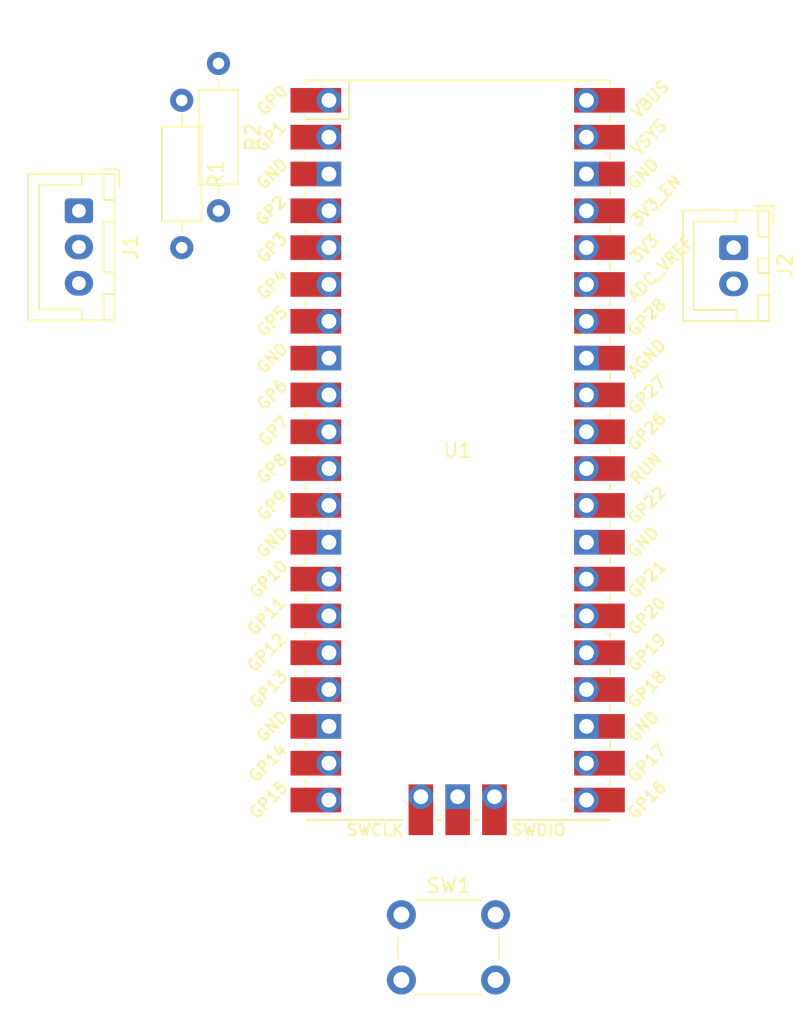
<source format=kicad_pcb>
(kicad_pcb (version 20211014) (generator pcbnew)
  (layers (0 "F.Cu" signal) (31 "B.Cu" signal) (34 "B.Paste" user) (35 "F.Paste" user) (36 "B.SilkS" user "B.Silkscreen") (37 "F.SilkS" user "F.Silkscreen") (38 "B.Mask" user) (39 "F.Mask" user) (44 "Edge.Cuts" user))
  (net 0 "")
  (net 1 "GND")
  (net 2 "+3V3")
  (net 3 "/SCL")
  (net 4 "/SDA")
  (net 5 "Net-(SW1-Pad1)")
  (footprint "Button_Switch_THT:SW_PUSH_6mm_H8.5mm" (layer "F.Cu") (at 149.785 122.21)
    (fp_text reference "SW1" (at 3.25 -2) (layer "F.SilkS"))
    (fp_text value "RESET")
    (fp_line (start 5.5 -1) (end 1 -1) (layer "F.SilkS") (width 0.12))
    (fp_line (start 1 5.5) (end 5.5 5.5) (layer "F.SilkS") (width 0.12))
    (fp_line (start 6.75 3) (end 6.75 1.5) (layer "F.SilkS") (width 0.12))
    (fp_line (start -0.25 1.5) (end -0.25 3) (layer "F.SilkS") (width 0.12))
    (pad "1" thru_hole circle (at 0 0 90) (size 2 2) (drill 1.1) (layers *.Cu *.Mask) (net 5 "Net-(SW1-Pad1)"))
    (pad "1" thru_hole circle (at 6.5 0 90) (size 2 2) (drill 1.1) (layers *.Cu *.Mask) (net 5 "Net-(SW1-Pad1)"))
    (pad "2" thru_hole circle (at 0 4.5 90) (size 2 2) (drill 1.1) (layers *.Cu *.Mask) (net 1 "GND"))
    (pad "2" thru_hole circle (at 6.5 4.5 90) (size 2 2) (drill 1.1) (layers *.Cu *.Mask) (net 1 "GND"))
  )
  (footprint "Resistor_THT:R_Axial_DIN0207_L6.3mm_D2.5mm_P10.16mm_Horizontal" (layer "F.Cu") (at 134.62 66.04 -90)
    (fp_text reference "R1" (at 5.08 -2.37 90) (layer "F.SilkS"))
    (fp_text value "4.7k")
    (fp_line (start 1.81 -1.37) (end 1.81 1.37) (layer "F.SilkS") (width 0.12))
    (fp_line (start 1.04 0) (end 1.81 0) (layer "F.SilkS") (width 0.12))
    (fp_line (start 9.12 0) (end 8.35 0) (layer "F.SilkS") (width 0.12))
    (fp_line (start 1.81 1.37) (end 8.35 1.37) (layer "F.SilkS") (width 0.12))
    (fp_line (start 8.35 1.37) (end 8.35 -1.37) (layer "F.SilkS") (width 0.12))
    (fp_line (start 8.35 -1.37) (end 1.81 -1.37) (layer "F.SilkS") (width 0.12))
    (pad "1" thru_hole circle (at 0 0 270) (size 1.6 1.6) (drill 0.8) (layers *.Cu *.Mask) (net 2 "+3V3"))
    (pad "2" thru_hole oval (at 10.16 0 270) (size 1.6 1.6) (drill 0.8) (layers *.Cu *.Mask) (net 3 "/SCL"))
  )
  (footprint "Connector_JST:JST_XH_B3B-XH-A_1x03_P2.50mm_Vertical" (layer "F.Cu") (at 127.525 73.66 -90)
    (fp_text reference "J1" (at 2.5 -3.55 -90) (layer "F.SilkS"))
    (fp_text value "I2C")
    (fp_line (start -0.75 -2.45) (end -2.55 -2.45) (layer "F.SilkS") (width 0.12))
    (fp_line (start 5.75 -1.7) (end 7.55 -1.7) (layer "F.SilkS") (width 0.12))
    (fp_line (start -2.56 3.51) (end 7.56 3.51) (layer "F.SilkS") (width 0.12))
    (fp_line (start 7.55 -1.7) (end 7.55 -2.45) (layer "F.SilkS") (width 0.12))
    (fp_line (start 7.56 -2.46) (end -2.56 -2.46) (layer "F.SilkS") (width 0.12))
    (fp_line (start 6.8 2.75) (end 2.5 2.75) (layer "F.SilkS") (width 0.12))
    (fp_line (start 0.75 -2.45) (end 0.75 -1.7) (layer "F.SilkS") (width 0.12))
    (fp_line (start 6.8 -0.2) (end 6.8 2.75) (layer "F.SilkS") (width 0.12))
    (fp_line (start 5.75 -2.45) (end 5.75 -1.7) (layer "F.SilkS") (width 0.12))
    (fp_line (start -0.75 -1.7) (end -0.75 -2.45) (layer "F.SilkS") (width 0.12))
    (fp_line (start -2.55 -0.2) (end -1.8 -0.2) (layer "F.SilkS") (width 0.12))
    (fp_line (start -2.55 -1.7) (end -0.75 -1.7) (layer "F.SilkS") (width 0.12))
    (fp_line (start 7.56 3.51) (end 7.56 -2.46) (layer "F.SilkS") (width 0.12))
    (fp_line (start -2.85 -2.75) (end -2.85 -1.5) (layer "F.SilkS") (width 0.12))
    (fp_line (start 4.25 -2.45) (end 0.75 -2.45) (layer "F.SilkS") (width 0.12))
    (fp_line (start 7.55 -2.45) (end 5.75 -2.45) (layer "F.SilkS") (width 0.12))
    (fp_line (start -2.56 -2.46) (end -2.56 3.51) (layer "F.SilkS") (width 0.12))
    (fp_line (start -1.6 -2.75) (end -2.85 -2.75) (layer "F.SilkS") (width 0.12))
    (fp_line (start -2.55 -2.45) (end -2.55 -1.7) (layer "F.SilkS") (width 0.12))
    (fp_line (start -1.8 2.75) (end 2.5 2.75) (layer "F.SilkS") (width 0.12))
    (fp_line (start -1.8 -0.2) (end -1.8 2.75) (layer "F.SilkS") (width 0.12))
    (fp_line (start 4.25 -1.7) (end 4.25 -2.45) (layer "F.SilkS") (width 0.12))
    (fp_line (start 7.55 -0.2) (end 6.8 -0.2) (layer "F.SilkS") (width 0.12))
    (fp_line (start 0.75 -1.7) (end 4.25 -1.7) (layer "F.SilkS") (width 0.12))
    (pad "1" thru_hole roundrect (at 0 0 270) (size 1.7 1.95) (drill 0.95) (layers *.Cu *.Mask) (roundrect_rratio 0.147059) (net 4 "/SDA"))
    (pad "2" thru_hole oval (at 2.5 0 270) (size 1.7 1.95) (drill 0.95) (layers *.Cu *.Mask) (net 3 "/SCL"))
    (pad "3" thru_hole oval (at 5 0 270) (size 1.7 1.95) (drill 0.95) (layers *.Cu *.Mask) (net 1 "GND"))
  )
  (footprint "Connector_JST:JST_XH_B2B-XH-A_1x02_P2.50mm_Vertical" (layer "F.Cu") (at 172.72 76.2 -90)
    (fp_text reference "J2" (at 1.25 -3.55 90) (layer "F.SilkS"))
    (fp_text value "PWR_OUT")
    (fp_line (start -0.75 -1.7) (end -0.75 -2.45) (layer "F.SilkS") (width 0.12))
    (fp_line (start 5.05 -0.2) (end 4.3 -0.2) (layer "F.SilkS") (width 0.12))
    (fp_line (start -2.55 -2.45) (end -2.55 -1.7) (layer "F.SilkS") (width 0.12))
    (fp_line (start 3.25 -2.45) (end 3.25 -1.7) (layer "F.SilkS") (width 0.12))
    (fp_line (start 4.3 2.75) (end 1.25 2.75) (layer "F.SilkS") (width 0.12))
    (fp_line (start -1.6 -2.75) (end -2.85 -2.75) (layer "F.SilkS") (width 0.12))
    (fp_line (start 5.05 -1.7) (end 5.05 -2.45) (layer "F.SilkS") (width 0.12))
    (fp_line (start -2.56 -2.46) (end -2.56 3.51) (layer "F.SilkS") (width 0.12))
    (fp_line (start -2.56 3.51) (end 5.06 3.51) (layer "F.SilkS") (width 0.12))
    (fp_line (start 3.25 -1.7) (end 5.05 -1.7) (layer "F.SilkS") (width 0.12))
    (fp_line (start -0.75 -2.45) (end -2.55 -2.45) (layer "F.SilkS") (width 0.12))
    (fp_line (start 5.06 3.51) (end 5.06 -2.46) (layer "F.SilkS") (width 0.12))
    (fp_line (start -1.8 -0.2) (end -1.8 2.75) (layer "F.SilkS") (width 0.12))
    (fp_line (start 1.75 -1.7) (end 1.75 -2.45) (layer "F.SilkS") (width 0.12))
    (fp_line (start -2.55 -1.7) (end -0.75 -1.7) (layer "F.SilkS") (width 0.12))
    (fp_line (start 0.75 -2.45) (end 0.75 -1.7) (layer "F.SilkS") (width 0.12))
    (fp_line (start 5.05 -2.45) (end 3.25 -2.45) (layer "F.SilkS") (width 0.12))
    (fp_line (start 5.06 -2.46) (end -2.56 -2.46) (layer "F.SilkS") (width 0.12))
    (fp_line (start 0.75 -1.7) (end 1.75 -1.7) (layer "F.SilkS") (width 0.12))
    (fp_line (start -1.8 2.75) (end 1.25 2.75) (layer "F.SilkS") (width 0.12))
    (fp_line (start 4.3 -0.2) (end 4.3 2.75) (layer "F.SilkS") (width 0.12))
    (fp_line (start -2.55 -0.2) (end -1.8 -0.2) (layer "F.SilkS") (width 0.12))
    (fp_line (start 1.75 -2.45) (end 0.75 -2.45) (layer "F.SilkS") (width 0.12))
    (fp_line (start -2.85 -2.75) (end -2.85 -1.5) (layer "F.SilkS") (width 0.12))
    (pad "1" thru_hole roundrect (at 0 0 270) (size 1.7 2) (drill 1) (layers *.Cu *.Mask) (roundrect_rratio 0.147059) (net 2 "+3V3"))
    (pad "2" thru_hole oval (at 2.5 0 270) (size 1.7 2) (drill 1) (layers *.Cu *.Mask) (net 1 "GND"))
  )
  (footprint "MCU_RaspberryPi_and_Boards:RPi_Pico_SMD_TH" (layer "F.Cu") (at 153.67 90.17)
    (fp_text reference "U1" (at 0 0) (layer "F.SilkS"))
    (fp_text value "Pico")
    (fp_text user "SWDIO" (at 5.6 26.2) (layer "F.SilkS") (effects (font (size 0.8 0.8))))
    (fp_text user "VBUS" (at 13.3 -24.2 45) (layer "F.SilkS") (effects (font (size 0.8 0.8))))
    (fp_text user "GP5" (at -12.8 -8.89 45) (layer "F.SilkS") (effects (font (size 0.8 0.8))))
    (fp_text user "GP19" (at 13.054 13.97 45) (layer "F.SilkS") (effects (font (size 0.8 0.8))))
    (fp_text user "GP17" (at 13.054 21.59 45) (layer "F.SilkS") (effects (font (size 0.8 0.8))))
    (fp_text user "GP22" (at 13.054 3.81 45) (layer "F.SilkS") (effects (font (size 0.8 0.8))))
    (fp_text user "GP27" (at 13.054 -3.8 45) (layer "F.SilkS") (effects (font (size 0.8 0.8))))
    (fp_text user "GP0" (at -12.8 -24.13 45) (layer "F.SilkS") (effects (font (size 0.8 0.8))))
    (fp_text user "GP1" (at -12.9 -21.6 45) (layer "F.SilkS") (effects (font (size 0.8 0.8))))
    (fp_text user "GP14" (at -13.1 21.59 45) (layer "F.SilkS") (effects (font (size 0.8 0.8))))
    (fp_text user "GP9" (at -12.8 3.81 45) (layer "F.SilkS") (effects (font (size 0.8 0.8))))
    (fp_text user "GND" (at -12.8 6.35 45) (layer "F.SilkS") (effects (font (size 0.8 0.8))))
    (fp_text user "GND" (at -12.8 19.05 45) (layer "F.SilkS") (effects (font (size 0.8 0.8))))
    (fp_text user "GP28" (at 13.054 -9.144 45) (layer "F.SilkS") (effects (font (size 0.8 0.8))))
    (fp_text user "GP16" (at 13.054 24.13 45) (layer "F.SilkS") (effects (font (size 0.8 0.8))))
    (fp_text user "GND" (at -12.8 -19.05 45) (layer "F.SilkS") (effects (font (size 0.8 0.8))))
    (fp_text user "GP7" (at -12.7 -1.3 45) (layer "F.SilkS") (effects (font (size 0.8 0.8))))
    (fp_text user "3V3" (at 12.9 -13.9 45) (layer "F.SilkS") (effects (font (size 0.8 0.8))))
    (fp_text user "GP8" (at -12.8 1.27 45) (layer "F.SilkS") (effects (font (size 0.8 0.8))))
    (fp_text user "ADC_VREF" (at 14 -12.5 45) (layer "F.SilkS") (effects (font (size 0.8 0.8))))
    (fp_text user "GP11" (at -13.2 11.43 45) (layer "F.SilkS") (effects (font (size 0.8 0.8))))
    (fp_text user "GP2" (at -12.9 -16.51 45) (layer "F.SilkS") (effects (font (size 0.8 0.8))))
    (fp_text user "GND" (at 12.8 6.35 45) (layer "F.SilkS") (effects (font (size 0.8 0.8))))
    (fp_text user "GP15" (at -13.054 24.13 45) (layer "F.SilkS") (effects (font (size 0.8 0.8))))
    (fp_text user "GP3" (at -12.8 -13.97 45) (layer "F.SilkS") (effects (font (size 0.8 0.8))))
    (fp_text user "GND" (at 12.8 19.05 45) (layer "F.SilkS") (effects (font (size 0.8 0.8))))
    (fp_text user "GP13" (at -13.054 16.51 45) (layer "F.SilkS") (effects (font (size 0.8 0.8))))
    (fp_text user "SWCLK" (at -5.7 26.2) (layer "F.SilkS") (effects (font (size 0.8 0.8))))
    (fp_text user "GP21" (at 13.054 8.9 45) (layer "F.SilkS") (effects (font (size 0.8 0.8))))
    (fp_text user "GP26" (at 13.054 -1.27 45) (layer "F.SilkS") (effects (font (size 0.8 0.8))))
    (fp_text user "AGND" (at 13.054 -6.35 45) (layer "F.SilkS") (effects (font (size 0.8 0.8))))
    (fp_text user "GP4" (at -12.8 -11.43 45) (layer "F.SilkS") (effects (font (size 0.8 0.8))))
    (fp_text user "3V3_EN" (at 13.7 -17.2 45) (layer "F.SilkS") (effects (font (size 0.8 0.8))))
    (fp_text user "GP12" (at -13.2 13.97 45) (layer "F.SilkS") (effects (font (size 0.8 0.8))))
    (fp_text user "RUN" (at 13 1.27 45) (layer "F.SilkS") (effects (font (size 0.8 0.8))))
    (fp_text user "GP18" (at 13.054 16.51 45) (layer "F.SilkS") (effects (font (size 0.8 0.8))))
    (fp_text user "GP6" (at -12.8 -3.81 45) (layer "F.SilkS") (effects (font (size 0.8 0.8))))
    (fp_text user "VSYS" (at 13.2 -21.59 45) (layer "F.SilkS") (effects (font (size 0.8 0.8))))
    (fp_text user "GND" (at 12.8 -19.05 45) (layer "F.SilkS") (effects (font (size 0.8 0.8))))
    (fp_text user "GP20" (at 13.054 11.43 45) (layer "F.SilkS") (effects (font (size 0.8 0.8))))
    (fp_text user "GND" (at -12.8 -6.35 45) (layer "F.SilkS") (effects (font (size 0.8 0.8))))
    (fp_text user "GP10" (at -13.054 8.89 45) (layer "F.SilkS") (effects (font (size 0.8 0.8))))
    (fp_line (start 10.5 20.1) (end 10.5 20.5) (layer "F.SilkS") (width 0.12))
    (fp_line (start 10.5 12.5) (end 10.5 12.9) (layer "F.SilkS") (width 0.12))
    (fp_line (start -10.5 4.9) (end -10.5 5.3) (layer "F.SilkS") (width 0.12))
    (fp_line (start 10.5 -2.7) (end 10.5 -2.3) (layer "F.SilkS") (width 0.12))
    (fp_line (start -1.5 25.5) (end -1.1 25.5) (layer "F.SilkS") (width 0.12))
    (fp_line (start -10.5 12.5) (end -10.5 12.9) (layer "F.SilkS") (width 0.12))
    (fp_line (start -10.5 -0.2) (end -10.5 0.2) (layer "F.SilkS") (width 0.12))
    (fp_line (start 10.5 17.6) (end 10.5 18) (layer "F.SilkS") (width 0.12))
    (fp_line (start -7.493 -22.833) (end -7.493 -25.5) (layer "F.SilkS") (width 0.12))
    (fp_line (start 10.5 15.1) (end 10.5 15.5) (layer "F.SilkS") (width 0.12))
    (fp_line (start -3.7 25.5) (end -10.5 25.5) (layer "F.SilkS") (width 0.12))
    (fp_line (start 10.5 -10.4) (end 10.5 -10) (layer "F.SilkS") (width 0.12))
    (fp_line (start 10.5 25.5) (end 3.7 25.5) (layer "F.SilkS") (width 0.12))
    (fp_line (start 1.1 25.5) (end 1.5 25.5) (layer "F.SilkS") (width 0.12))
    (fp_line (start 10.5 -0.2) (end 10.5 0.2) (layer "F.SilkS") (width 0.12))
    (fp_line (start -10.5 -20.5) (end -10.5 -20.1) (layer "F.SilkS") (width 0.12))
    (fp_line (start 10.5 2.3) (end 10.5 2.7) (layer "F.SilkS") (width 0.12))
    (fp_line (start -10.5 -12.9) (end -10.5 -12.5) (layer "F.SilkS") (width 0.12))
    (fp_line (start -10.5 7.4) (end -10.5 7.8) (layer "F.SilkS") (width 0.12))
    (fp_line (start 10.5 10) (end 10.5 10.4) (layer "F.SilkS") (width 0.12))
    (fp_line (start 10.5 7.4) (end 10.5 7.8) (layer "F.SilkS") (width 0.12))
    (fp_line (start -10.5 2.3) (end -10.5 2.7) (layer "F.SilkS") (width 0.12))
    (fp_line (start -10.5 -23.1) (end -10.5 -22.7) (layer "F.SilkS") (width 0.12))
    (fp_line (start 10.5 4.9) (end 10.5 5.3) (layer "F.SilkS") (width 0.12))
    (fp_line (start -10.5 -7.8) (end -10.5 -7.4) (layer "F.SilkS") (width 0.12))
    (fp_line (start -10.5 15.1) (end -10.5 15.5) (layer "F.SilkS") (width 0.12))
    (fp_line (start 10.5 -18) (end 10.5 -17.6) (layer "F.SilkS") (width 0.12))
    (fp_line (start 10.5 -25.5) (end 10.5 -25.2) (layer "F.SilkS") (width 0.12))
    (fp_line (start 10.5 22.7) (end 10.5 23.1) (layer "F.SilkS") (width 0.12))
    (fp_line (start -10.5 -22.833) (end -7.493 -22.833) (layer "F.SilkS") (width 0.12))
    (fp_line (start -10.5 -25.5) (end 10.5 -25.5) (layer "F.SilkS") (width 0.12))
    (fp_line (start 10.5 -7.8) (end 10.5 -7.4) (layer "F.SilkS") (width 0.12))
    (fp_line (start -10.5 -10.4) (end -10.5 -10) (layer "F.SilkS") (width 0.12))
    (fp_line (start -10.5 -25.5) (end -10.5 -25.2) (layer "F.SilkS") (width 0.12))
    (fp_line (start 10.5 -12.9) (end 10.5 -12.5) (layer "F.SilkS") (width 0.12))
    (fp_line (start -10.5 -5.3) (end -10.5 -4.9) (layer "F.SilkS") (width 0.12))
    (fp_line (start 10.5 -5.3) (end 10.5 -4.9) (layer "F.SilkS") (width 0.12))
    (fp_line (start 10.5 -20.5) (end 10.5 -20.1) (layer "F.SilkS") (width 0.12))
    (fp_line (start -10.5 -2.7) (end -10.5 -2.3) (layer "F.SilkS") (width 0.12))
    (fp_line (start -10.5 17.6) (end -10.5 18) (layer "F.SilkS") (width 0.12))
    (fp_line (start -10.5 10) (end -10.5 10.4) (layer "F.SilkS") (width 0.12))
    (fp_line (start -10.5 20.1) (end -10.5 20.5) (layer "F.SilkS") (width 0.12))
    (fp_line (start -10.5 22.7) (end -10.5 23.1) (layer "F.SilkS") (width 0.12))
    (fp_line (start 10.5 -23.1) (end 10.5 -22.7) (layer "F.SilkS") (width 0.12))
    (fp_line (start -10.5 -15.4) (end -10.5 -15) (layer "F.SilkS") (width 0.12))
    (fp_line (start -10.5 -18) (end -10.5 -17.6) (layer "F.SilkS") (width 0.12))
    (fp_line (start 10.5 -15.4) (end 10.5 -15) (layer "F.SilkS") (width 0.12))
    (pad "" np_thru_hole oval (at -2.425 -20.97) (size 1.5 1.5) (drill 1.5) (layers *.Cu *.Mask))
    (pad "" np_thru_hole oval (at 2.725 -24) (size 1.8 1.8) (drill 1.8) (layers *.Cu *.Mask))
    (pad "" np_thru_hole oval (at 2.425 -20.97) (size 1.5 1.5) (drill 1.5) (layers *.Cu *.Mask))
    (pad "" np_thru_hole oval (at -2.725 -24) (size 1.8 1.8) (drill 1.8) (layers *.Cu *.Mask))
    (pad "1" smd rect (at -8.89 -24.13) (size 3.5 1.7) (drill (offset -0.9 0)) (layers "F.Cu" "F.Mask"))
    (pad "1" thru_hole oval (at -8.89 -24.13) (size 1.7 1.7) (drill 1.02) (layers *.Cu *.Mask))
    (pad "2" smd rect (at -8.89 -21.59) (size 3.5 1.7) (drill (offset -0.9 0)) (layers "F.Cu" "F.Mask"))
    (pad "2" thru_hole oval (at -8.89 -21.59) (size 1.7 1.7) (drill 1.02) (layers *.Cu *.Mask))
    (pad "3" thru_hole rect (at -8.89 -19.05) (size 1.7 1.7) (drill 1.02) (layers *.Cu *.Mask))
    (pad "3" smd rect (at -8.89 -19.05) (size 3.5 1.7) (drill (offset -0.9 0)) (layers "F.Cu" "F.Mask"))
    (pad "4" smd rect (at -8.89 -16.51) (size 3.5 1.7) (drill (offset -0.9 0)) (layers "F.Cu" "F.Mask") (net 4 "/SDA"))
    (pad "4" thru_hole oval (at -8.89 -16.51) (size 1.7 1.7) (drill 1.02) (layers *.Cu *.Mask) (net 4 "/SDA"))
    (pad "5" smd rect (at -8.89 -13.97) (size 3.5 1.7) (drill (offset -0.9 0)) (layers "F.Cu" "F.Mask") (net 3 "/SCL"))
    (pad "5" thru_hole oval (at -8.89 -13.97) (size 1.7 1.7) (drill 1.02) (layers *.Cu *.Mask) (net 3 "/SCL"))
    (pad "6" thru_hole oval (at -8.89 -11.43) (size 1.7 1.7) (drill 1.02) (layers *.Cu *.Mask))
    (pad "6" smd rect (at -8.89 -11.43) (size 3.5 1.7) (drill (offset -0.9 0)) (layers "F.Cu" "F.Mask"))
    (pad "7" smd rect (at -8.89 -8.89) (size 3.5 1.7) (drill (offset -0.9 0)) (layers "F.Cu" "F.Mask"))
    (pad "7" thru_hole oval (at -8.89 -8.89) (size 1.7 1.7) (drill 1.02) (layers *.Cu *.Mask))
    (pad "8" smd rect (at -8.89 -6.35) (size 3.5 1.7) (drill (offset -0.9 0)) (layers "F.Cu" "F.Mask") (net 1 "GND"))
    (pad "8" thru_hole rect (at -8.89 -6.35) (size 1.7 1.7) (drill 1.02) (layers *.Cu *.Mask) (net 1 "GND"))
    (pad "9" thru_hole oval (at -8.89 -3.81) (size 1.7 1.7) (drill 1.02) (layers *.Cu *.Mask))
    (pad "9" smd rect (at -8.89 -3.81) (size 3.5 1.7) (drill (offset -0.9 0)) (layers "F.Cu" "F.Mask"))
    (pad "10" smd rect (at -8.89 -1.27) (size 3.5 1.7) (drill (offset -0.9 0)) (layers "F.Cu" "F.Mask"))
    (pad "10" thru_hole oval (at -8.89 -1.27) (size 1.7 1.7) (drill 1.02) (layers *.Cu *.Mask))
    (pad "11" smd rect (at -8.89 1.27) (size 3.5 1.7) (drill (offset -0.9 0)) (layers "F.Cu" "F.Mask"))
    (pad "11" thru_hole oval (at -8.89 1.27) (size 1.7 1.7) (drill 1.02) (layers *.Cu *.Mask))
    (pad "12" thru_hole oval (at -8.89 3.81) (size 1.7 1.7) (drill 1.02) (layers *.Cu *.Mask))
    (pad "12" smd rect (at -8.89 3.81) (size 3.5 1.7) (drill (offset -0.9 0)) (layers "F.Cu" "F.Mask"))
    (pad "13" thru_hole rect (at -8.89 6.35) (size 1.7 1.7) (drill 1.02) (layers *.Cu *.Mask))
    (pad "13" smd rect (at -8.89 6.35) (size 3.5 1.7) (drill (offset -0.9 0)) (layers "F.Cu" "F.Mask"))
    (pad "14" thru_hole oval (at -8.89 8.89) (size 1.7 1.7) (drill 1.02) (layers *.Cu *.Mask))
    (pad "14" smd rect (at -8.89 8.89) (size 3.5 1.7) (drill (offset -0.9 0)) (layers "F.Cu" "F.Mask"))
    (pad "15" thru_hole oval (at -8.89 11.43) (size 1.7 1.7) (drill 1.02) (layers *.Cu *.Mask))
    (pad "15" smd rect (at -8.89 11.43) (size 3.5 1.7) (drill (offset -0.9 0)) (layers "F.Cu" "F.Mask"))
    (pad "16" thru_hole oval (at -8.89 13.97) (size 1.7 1.7) (drill 1.02) (layers *.Cu *.Mask))
    (pad "16" smd rect (at -8.89 13.97) (size 3.5 1.7) (drill (offset -0.9 0)) (layers "F.Cu" "F.Mask"))
    (pad "17" thru_hole oval (at -8.89 16.51) (size 1.7 1.7) (drill 1.02) (layers *.Cu *.Mask))
    (pad "17" smd rect (at -8.89 16.51) (size 3.5 1.7) (drill (offset -0.9 0)) (layers "F.Cu" "F.Mask"))
    (pad "18" thru_hole rect (at -8.89 19.05) (size 1.7 1.7) (drill 1.02) (layers *.Cu *.Mask))
    (pad "18" smd rect (at -8.89 19.05) (size 3.5 1.7) (drill (offset -0.9 0)) (layers "F.Cu" "F.Mask"))
    (pad "19" smd rect (at -8.89 21.59) (size 3.5 1.7) (drill (offset -0.9 0)) (layers "F.Cu" "F.Mask"))
    (pad "19" thru_hole oval (at -8.89 21.59) (size 1.7 1.7) (drill 1.02) (layers *.Cu *.Mask))
    (pad "20" thru_hole oval (at -8.89 24.13) (size 1.7 1.7) (drill 1.02) (layers *.Cu *.Mask))
    (pad "20" smd rect (at -8.89 24.13) (size 3.5 1.7) (drill (offset -0.9 0)) (layers "F.Cu" "F.Mask"))
    (pad "21" thru_hole oval (at 8.89 24.13) (size 1.7 1.7) (drill 1.02) (layers *.Cu *.Mask))
    (pad "21" smd rect (at 8.89 24.13) (size 3.5 1.7) (drill (offset 0.9 0)) (layers "F.Cu" "F.Mask"))
    (pad "22" thru_hole oval (at 8.89 21.59) (size 1.7 1.7) (drill 1.02) (layers *.Cu *.Mask))
    (pad "22" smd rect (at 8.89 21.59) (size 3.5 1.7) (drill (offset 0.9 0)) (layers "F.Cu" "F.Mask"))
    (pad "23" smd rect (at 8.89 19.05) (size 3.5 1.7) (drill (offset 0.9 0)) (layers "F.Cu" "F.Mask"))
    (pad "23" thru_hole rect (at 8.89 19.05) (size 1.7 1.7) (drill 1.02) (layers *.Cu *.Mask))
    (pad "24" smd rect (at 8.89 16.51) (size 3.5 1.7) (drill (offset 0.9 0)) (layers "F.Cu" "F.Mask"))
    (pad "24" thru_hole oval (at 8.89 16.51) (size 1.7 1.7) (drill 1.02) (layers *.Cu *.Mask))
    (pad "25" thru_hole oval (at 8.89 13.97) (size 1.7 1.7) (drill 1.02) (layers *.Cu *.Mask))
    (pad "25" smd rect (at 8.89 13.97) (size 3.5 1.7) (drill (offset 0.9 0)) (layers "F.Cu" "F.Mask"))
    (pad "26" smd rect (at 8.89 11.43) (size 3.5 1.7) (drill (offset 0.9 0)) (layers "F.Cu" "F.Mask"))
    (pad "26" thru_hole oval (at 8.89 11.43) (size 1.7 1.7) (drill 1.02) (layers *.Cu *.Mask))
    (pad "27" thru_hole oval (at 8.89 8.89) (size 1.7 1.7) (drill 1.02) (layers *.Cu *.Mask))
    (pad "27" smd rect (at 8.89 8.89) (size 3.5 1.7) (drill (offset 0.9 0)) (layers "F.Cu" "F.Mask"))
    (pad "28" thru_hole rect (at 8.89 6.35) (size 1.7 1.7) (drill 1.02) (layers *.Cu *.Mask))
    (pad "28" smd rect (at 8.89 6.35) (size 3.5 1.7) (drill (offset 0.9 0)) (layers "F.Cu" "F.Mask"))
    (pad "29" smd rect (at 8.89 3.81) (size 3.5 1.7) (drill (offset 0.9 0)) (layers "F.Cu" "F.Mask"))
    (pad "29" thru_hole oval (at 8.89 3.81) (size 1.7 1.7) (drill 1.02) (layers *.Cu *.Mask))
    (pad "30" smd rect (at 8.89 1.27) (size 3.5 1.7) (drill (offset 0.9 0)) (layers "F.Cu" "F.Mask") (net 5 "Net-(SW1-Pad1)"))
    (pad "30" thru_hole oval (at 8.89 1.27) (size 1.7 1.7) (drill 1.02) (layers *.Cu *.Mask) (net 5 "Net-(SW1-Pad1)"))
    (pad "31" smd rect (at 8.89 -1.27) (size 3.5 1.7) (drill (offset 0.9 0)) (layers "F.Cu" "F.Mask"))
    (pad "31" thru_hole oval (at 8.89 -1.27) (size 1.7 1.7) (drill 1.02) (layers *.Cu *.Mask))
    (pad "32" smd rect (at 8.89 -3.81) (size 3.5 1.7) (drill (offset 0.9 0)) (layers "F.Cu" "F.Mask"))
    (pad "32" thru_hole oval (at 8.89 -3.81) (size 1.7 1.7) (drill 1.02) (layers *.Cu *.Mask))
    (pad "33" smd rect (at 8.89 -6.35) (size 3.5 1.7) (drill (offset 0.9 0)) (layers "F.Cu" "F.Mask"))
    (pad "33" thru_hole rect (at 8.89 -6.35) (size 1.7 1.7) (drill 1.02) (layers *.Cu *.Mask))
    (pad "34" smd rect (at 8.89 -8.89) (size 3.5 1.7) (drill (offset 0.9 0)) (layers "F.Cu" "F.Mask"))
    (pad "34" thru_hole oval (at 8.89 -8.89) (size 1.7 1.7) (drill 1.02) (layers *.Cu *.Mask))
    (pad "35" thru_hole oval (at 8.89 -11.43) (size 1.7 1.7) (drill 1.02) (layers *.Cu *.Mask))
    (pad "35" smd rect (at 8.89 -11.43) (size 3.5 1.7) (drill (offset 0.9 0)) (layers "F.Cu" "F.Mask"))
    (pad "36" thru_hole oval (at 8.89 -13.97) (size 1.7 1.7) (drill 1.02) (layers *.Cu *.Mask) (net 2 "+3V3"))
    (pad "36" smd rect (at 8.89 -13.97) (size 3.5 1.7) (drill (offset 0.9 0)) (layers "F.Cu" "F.Mask") (net 2 "+3V3"))
    (pad "37" thru_hole oval (at 8.89 -16.51) (size 1.7 1.7) (drill 1.02) (layers *.Cu *.Mask))
    (pad "37" smd rect (at 8.89 -16.51) (size 3.5 1.7) (drill (offset 0.9 0)) (layers "F.Cu" "F.Mask"))
    (pad "38" thru_hole rect (at 8.89 -19.05) (size 1.7 1.7) (drill 1.02) (layers *.Cu *.Mask))
    (pad "38" smd rect (at 8.89 -19.05) (size 3.5 1.7) (drill (offset 0.9 0)) (layers "F.Cu" "F.Mask"))
    (pad "39" smd rect (at 8.89 -21.59) (size 3.5 1.7) (drill (offset 0.9 0)) (layers "F.Cu" "F.Mask"))
    (pad "39" thru_hole oval (at 8.89 -21.59) (size 1.7 1.7) (drill 1.02) (layers *.Cu *.Mask))
    (pad "40" smd rect (at 8.89 -24.13) (size 3.5 1.7) (drill (offset 0.9 0)) (layers "F.Cu" "F.Mask"))
    (pad "40" thru_hole oval (at 8.89 -24.13) (size 1.7 1.7) (drill 1.02) (layers *.Cu *.Mask))
    (pad "41" thru_hole oval (at -2.54 23.9) (size 1.7 1.7) (drill 1.02) (layers *.Cu *.Mask))
    (pad "41" smd rect (at -2.54 23.9 90) (size 3.5 1.7) (drill (offset -0.9 0)) (layers "F.Cu" "F.Mask"))
    (pad "42" thru_hole rect (at 0 23.9) (size 1.7 1.7) (drill 1.02) (layers *.Cu *.Mask))
    (pad "42" smd rect (at 0 23.9 90) (size 3.5 1.7) (drill (offset -0.9 0)) (layers "F.Cu" "F.Mask"))
    (pad "43" smd rect (at 2.54 23.9 90) (size 3.5 1.7) (drill (offset -0.9 0)) (layers "F.Cu" "F.Mask"))
    (pad "43" thru_hole oval (at 2.54 23.9) (size 1.7 1.7) (drill 1.02) (layers *.Cu *.Mask))
  )
  (footprint "Resistor_THT:R_Axial_DIN0207_L6.3mm_D2.5mm_P10.16mm_Horizontal" (layer "F.Cu") (at 137.16 63.5 -90)
    (fp_text reference "R2" (at 5.08 -2.37 90) (layer "F.SilkS"))
    (fp_text value "4.7k")
    (fp_line (start 8.35 -1.37) (end 1.81 -1.37) (layer "F.SilkS") (width 0.12))
    (fp_line (start 9.12 0) (end 8.35 0) (layer "F.SilkS") (width 0.12))
    (fp_line (start 8.35 1.37) (end 8.35 -1.37) (layer "F.SilkS") (width 0.12))
    (fp_line (start 1.81 -1.37) (end 1.81 1.37) (layer "F.SilkS") (width 0.12))
    (fp_line (start 1.81 1.37) (end 8.35 1.37) (layer "F.SilkS") (width 0.12))
    (fp_line (start 1.04 0) (end 1.81 0) (layer "F.SilkS") (width 0.12))
    (pad "1" thru_hole circle (at 0 0 270) (size 1.6 1.6) (drill 0.8) (layers *.Cu *.Mask) (net 2 "+3V3"))
    (pad "2" thru_hole oval (at 10.16 0 270) (size 1.6 1.6) (drill 0.8) (layers *.Cu *.Mask) (net 4 "/SDA"))
  )
)
</source>
